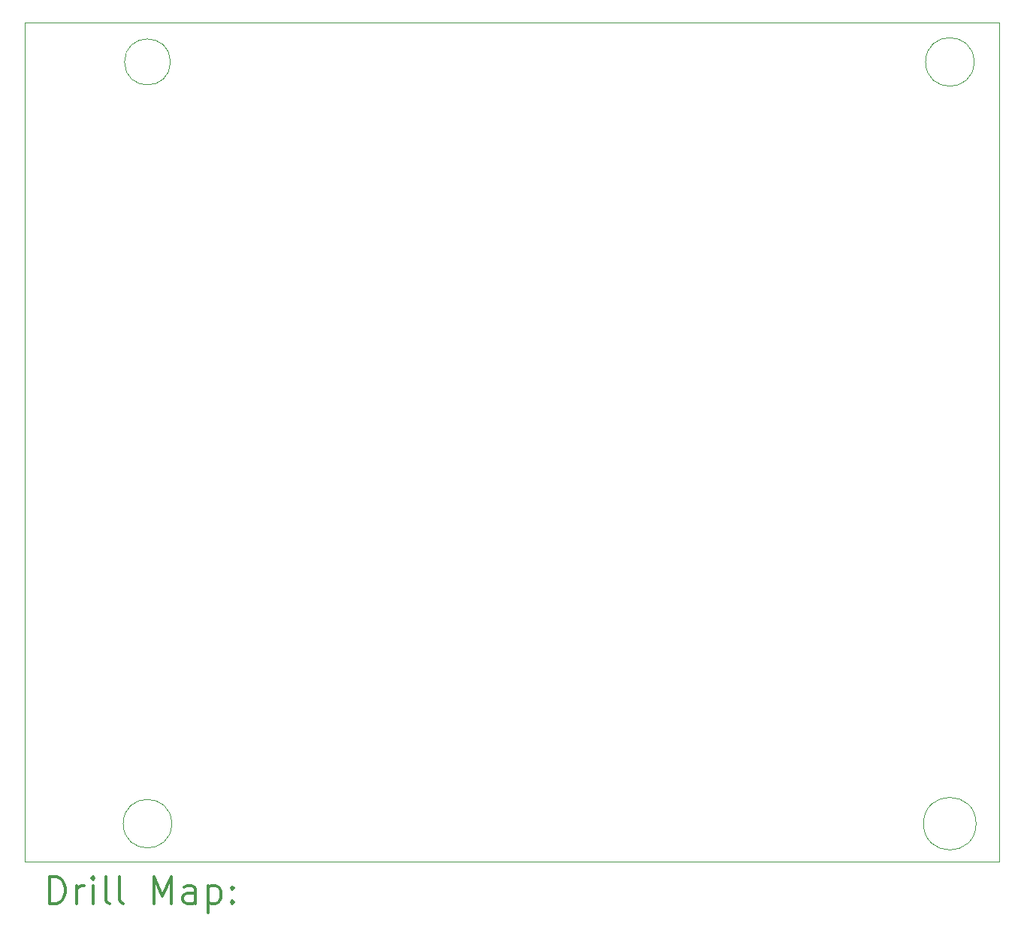
<source format=gbr>
%FSLAX45Y45*%
G04 Gerber Fmt 4.5, Leading zero omitted, Abs format (unit mm)*
G04 Created by KiCad (PCBNEW (5.1.10)-1) date 2025-03-03 19:14:49*
%MOMM*%
%LPD*%
G01*
G04 APERTURE LIST*
%TA.AperFunction,Profile*%
%ADD10C,0.050000*%
%TD*%
%ADD11C,0.200000*%
%ADD12C,0.300000*%
G04 APERTURE END LIST*
D10*
X16247412Y-13665200D02*
G75*
G03*
X16247412Y-13665200I-296212J0D01*
G01*
X16224766Y-5080000D02*
G75*
G03*
X16224766Y-5080000I-273566J0D01*
G01*
X7167830Y-5080000D02*
G75*
G03*
X7167830Y-5080000I-259030J0D01*
G01*
X5524500Y-4635500D02*
X16510000Y-4635500D01*
X7182366Y-13665200D02*
G75*
G03*
X7182366Y-13665200I-273566J0D01*
G01*
X16510000Y-4635500D02*
X16510000Y-14097000D01*
X16510000Y-14097000D02*
X5524500Y-14097000D01*
X5524500Y-14097000D02*
X5524500Y-4635500D01*
D11*
D12*
X5808428Y-14565214D02*
X5808428Y-14265214D01*
X5879857Y-14265214D01*
X5922714Y-14279500D01*
X5951286Y-14308071D01*
X5965571Y-14336643D01*
X5979857Y-14393786D01*
X5979857Y-14436643D01*
X5965571Y-14493786D01*
X5951286Y-14522357D01*
X5922714Y-14550929D01*
X5879857Y-14565214D01*
X5808428Y-14565214D01*
X6108428Y-14565214D02*
X6108428Y-14365214D01*
X6108428Y-14422357D02*
X6122714Y-14393786D01*
X6137000Y-14379500D01*
X6165571Y-14365214D01*
X6194143Y-14365214D01*
X6294143Y-14565214D02*
X6294143Y-14365214D01*
X6294143Y-14265214D02*
X6279857Y-14279500D01*
X6294143Y-14293786D01*
X6308428Y-14279500D01*
X6294143Y-14265214D01*
X6294143Y-14293786D01*
X6479857Y-14565214D02*
X6451286Y-14550929D01*
X6437000Y-14522357D01*
X6437000Y-14265214D01*
X6637000Y-14565214D02*
X6608428Y-14550929D01*
X6594143Y-14522357D01*
X6594143Y-14265214D01*
X6979857Y-14565214D02*
X6979857Y-14265214D01*
X7079857Y-14479500D01*
X7179857Y-14265214D01*
X7179857Y-14565214D01*
X7451286Y-14565214D02*
X7451286Y-14408071D01*
X7437000Y-14379500D01*
X7408428Y-14365214D01*
X7351286Y-14365214D01*
X7322714Y-14379500D01*
X7451286Y-14550929D02*
X7422714Y-14565214D01*
X7351286Y-14565214D01*
X7322714Y-14550929D01*
X7308428Y-14522357D01*
X7308428Y-14493786D01*
X7322714Y-14465214D01*
X7351286Y-14450929D01*
X7422714Y-14450929D01*
X7451286Y-14436643D01*
X7594143Y-14365214D02*
X7594143Y-14665214D01*
X7594143Y-14379500D02*
X7622714Y-14365214D01*
X7679857Y-14365214D01*
X7708428Y-14379500D01*
X7722714Y-14393786D01*
X7737000Y-14422357D01*
X7737000Y-14508071D01*
X7722714Y-14536643D01*
X7708428Y-14550929D01*
X7679857Y-14565214D01*
X7622714Y-14565214D01*
X7594143Y-14550929D01*
X7865571Y-14536643D02*
X7879857Y-14550929D01*
X7865571Y-14565214D01*
X7851286Y-14550929D01*
X7865571Y-14536643D01*
X7865571Y-14565214D01*
X7865571Y-14379500D02*
X7879857Y-14393786D01*
X7865571Y-14408071D01*
X7851286Y-14393786D01*
X7865571Y-14379500D01*
X7865571Y-14408071D01*
M02*

</source>
